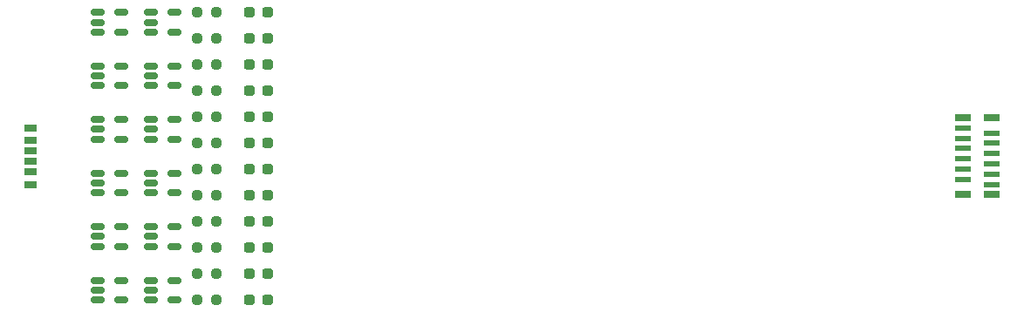
<source format=gbr>
%TF.GenerationSoftware,KiCad,Pcbnew,7.0.6*%
%TF.CreationDate,2023-08-04T15:36:23+02:00*%
%TF.ProjectId,Debug_BreakBoard,44656275-675f-4427-9265-616b426f6172,rev?*%
%TF.SameCoordinates,Original*%
%TF.FileFunction,Paste,Top*%
%TF.FilePolarity,Positive*%
%FSLAX46Y46*%
G04 Gerber Fmt 4.6, Leading zero omitted, Abs format (unit mm)*
G04 Created by KiCad (PCBNEW 7.0.6) date 2023-08-04 15:36:23*
%MOMM*%
%LPD*%
G01*
G04 APERTURE LIST*
G04 Aperture macros list*
%AMRoundRect*
0 Rectangle with rounded corners*
0 $1 Rounding radius*
0 $2 $3 $4 $5 $6 $7 $8 $9 X,Y pos of 4 corners*
0 Add a 4 corners polygon primitive as box body*
4,1,4,$2,$3,$4,$5,$6,$7,$8,$9,$2,$3,0*
0 Add four circle primitives for the rounded corners*
1,1,$1+$1,$2,$3*
1,1,$1+$1,$4,$5*
1,1,$1+$1,$6,$7*
1,1,$1+$1,$8,$9*
0 Add four rect primitives between the rounded corners*
20,1,$1+$1,$2,$3,$4,$5,0*
20,1,$1+$1,$4,$5,$6,$7,0*
20,1,$1+$1,$6,$7,$8,$9,0*
20,1,$1+$1,$8,$9,$2,$3,0*%
G04 Aperture macros list end*
%ADD10RoundRect,0.237500X-0.250000X-0.237500X0.250000X-0.237500X0.250000X0.237500X-0.250000X0.237500X0*%
%ADD11RoundRect,0.150000X-0.512500X-0.150000X0.512500X-0.150000X0.512500X0.150000X-0.512500X0.150000X0*%
%ADD12RoundRect,0.237500X0.287500X0.237500X-0.287500X0.237500X-0.287500X-0.237500X0.287500X-0.237500X0*%
%ADD13R,1.500000X0.600000*%
%ADD14R,1.500000X0.800000*%
%ADD15R,1.200000X0.700000*%
%ADD16R,1.200000X0.760000*%
%ADD17R,1.200000X0.800000*%
G04 APERTURE END LIST*
D10*
%TO.C,R11*%
X118250455Y-74400000D03*
X120075455Y-74400000D03*
%TD*%
D11*
%TO.C,U3*%
X113750000Y-59450000D03*
X113750000Y-60400000D03*
X113750000Y-61350000D03*
X116025000Y-61350000D03*
X116025000Y-59450000D03*
%TD*%
D12*
%TO.C,D10*%
X125083572Y-71860000D03*
X123333572Y-71860000D03*
%TD*%
D10*
%TO.C,R5*%
X118250455Y-59160000D03*
X120075455Y-59160000D03*
%TD*%
D11*
%TO.C,U8*%
X108612500Y-54250000D03*
X108612500Y-55200000D03*
X108612500Y-56150000D03*
X110887500Y-56150000D03*
X110887500Y-54250000D03*
%TD*%
D12*
%TO.C,D5*%
X125083572Y-59160000D03*
X123333572Y-59160000D03*
%TD*%
D11*
%TO.C,U9*%
X108612500Y-59450000D03*
X108612500Y-60400000D03*
X108612500Y-61350000D03*
X110887500Y-61350000D03*
X110887500Y-59450000D03*
%TD*%
D10*
%TO.C,R2*%
X118250455Y-51540000D03*
X120075455Y-51540000D03*
%TD*%
%TO.C,R6*%
X118250455Y-61700000D03*
X120075455Y-61700000D03*
%TD*%
D12*
%TO.C,D9*%
X125083572Y-69320000D03*
X123333572Y-69320000D03*
%TD*%
D11*
%TO.C,U2*%
X113750000Y-54250000D03*
X113750000Y-55200000D03*
X113750000Y-56150000D03*
X116025000Y-56150000D03*
X116025000Y-54250000D03*
%TD*%
%TO.C,U1*%
X113750000Y-49050000D03*
X113750000Y-50000000D03*
X113750000Y-50950000D03*
X116025000Y-50950000D03*
X116025000Y-49050000D03*
%TD*%
D12*
%TO.C,D12*%
X125083572Y-76940000D03*
X123333572Y-76940000D03*
%TD*%
D11*
%TO.C,U6*%
X113750000Y-75050000D03*
X113750000Y-76000000D03*
X113750000Y-76950000D03*
X116025000Y-76950000D03*
X116025000Y-75050000D03*
%TD*%
D12*
%TO.C,D4*%
X125083572Y-56620000D03*
X123333572Y-56620000D03*
%TD*%
D10*
%TO.C,R10*%
X118250455Y-71860000D03*
X120075455Y-71860000D03*
%TD*%
D12*
%TO.C,D6*%
X125083572Y-61700000D03*
X123333572Y-61700000D03*
%TD*%
D11*
%TO.C,U4*%
X113750000Y-64650000D03*
X113750000Y-65600000D03*
X113750000Y-66550000D03*
X116025000Y-66550000D03*
X116025000Y-64650000D03*
%TD*%
D10*
%TO.C,R4*%
X118250455Y-56620000D03*
X120075455Y-56620000D03*
%TD*%
D12*
%TO.C,D3*%
X125083572Y-54080000D03*
X123333572Y-54080000D03*
%TD*%
%TO.C,D2*%
X125083572Y-51540000D03*
X123333572Y-51540000D03*
%TD*%
D11*
%TO.C,U10*%
X108612500Y-64650000D03*
X108612500Y-65600000D03*
X108612500Y-66550000D03*
X110887500Y-66550000D03*
X110887500Y-64650000D03*
%TD*%
D12*
%TO.C,D1*%
X125083572Y-49000000D03*
X123333572Y-49000000D03*
%TD*%
%TO.C,D8*%
X125083572Y-66780000D03*
X123333572Y-66780000D03*
%TD*%
D11*
%TO.C,U12*%
X108612500Y-75050000D03*
X108612500Y-76000000D03*
X108612500Y-76950000D03*
X110887500Y-76950000D03*
X110887500Y-75050000D03*
%TD*%
%TO.C,U11*%
X108612500Y-69850000D03*
X108612500Y-70800000D03*
X108612500Y-71750000D03*
X110887500Y-71750000D03*
X110887500Y-69850000D03*
%TD*%
D12*
%TO.C,D7*%
X125083572Y-64240000D03*
X123333572Y-64240000D03*
%TD*%
D10*
%TO.C,R7*%
X118250455Y-64240000D03*
X120075455Y-64240000D03*
%TD*%
%TO.C,R9*%
X118250455Y-69320000D03*
X120075455Y-69320000D03*
%TD*%
D13*
%TO.C,J1*%
X192600000Y-60250000D03*
X195400000Y-60750000D03*
X192600000Y-61250000D03*
X195400000Y-61750000D03*
X192600000Y-62250000D03*
X195400000Y-62750000D03*
X192600000Y-63250000D03*
X195400000Y-63750000D03*
X192600000Y-64250000D03*
X195400000Y-64750000D03*
X192600000Y-65250000D03*
X195400000Y-65750000D03*
D14*
X195400000Y-59250000D03*
X192600000Y-59250000D03*
X195400000Y-66750000D03*
X192600000Y-66750000D03*
%TD*%
D10*
%TO.C,R1*%
X118250455Y-49000000D03*
X120075455Y-49000000D03*
%TD*%
D12*
%TO.C,D11*%
X125083572Y-74400000D03*
X123333572Y-74400000D03*
%TD*%
D10*
%TO.C,R12*%
X118250455Y-76940000D03*
X120075455Y-76940000D03*
%TD*%
D11*
%TO.C,U7*%
X108612500Y-49050000D03*
X108612500Y-50000000D03*
X108612500Y-50950000D03*
X110887500Y-50950000D03*
X110887500Y-49050000D03*
%TD*%
D10*
%TO.C,R8*%
X118250455Y-66780000D03*
X120075455Y-66780000D03*
%TD*%
%TO.C,R3*%
X118250455Y-54080000D03*
X120075455Y-54080000D03*
%TD*%
D11*
%TO.C,U5*%
X113750000Y-69850000D03*
X113750000Y-70800000D03*
X113750000Y-71750000D03*
X116025000Y-71750000D03*
X116025000Y-69850000D03*
%TD*%
D15*
%TO.C,P1*%
X102080000Y-62500000D03*
D16*
X102080000Y-64520000D03*
D17*
X102080000Y-65750000D03*
D15*
X102080000Y-63500000D03*
D16*
X102080000Y-61480000D03*
D17*
X102080000Y-60250000D03*
%TD*%
M02*

</source>
